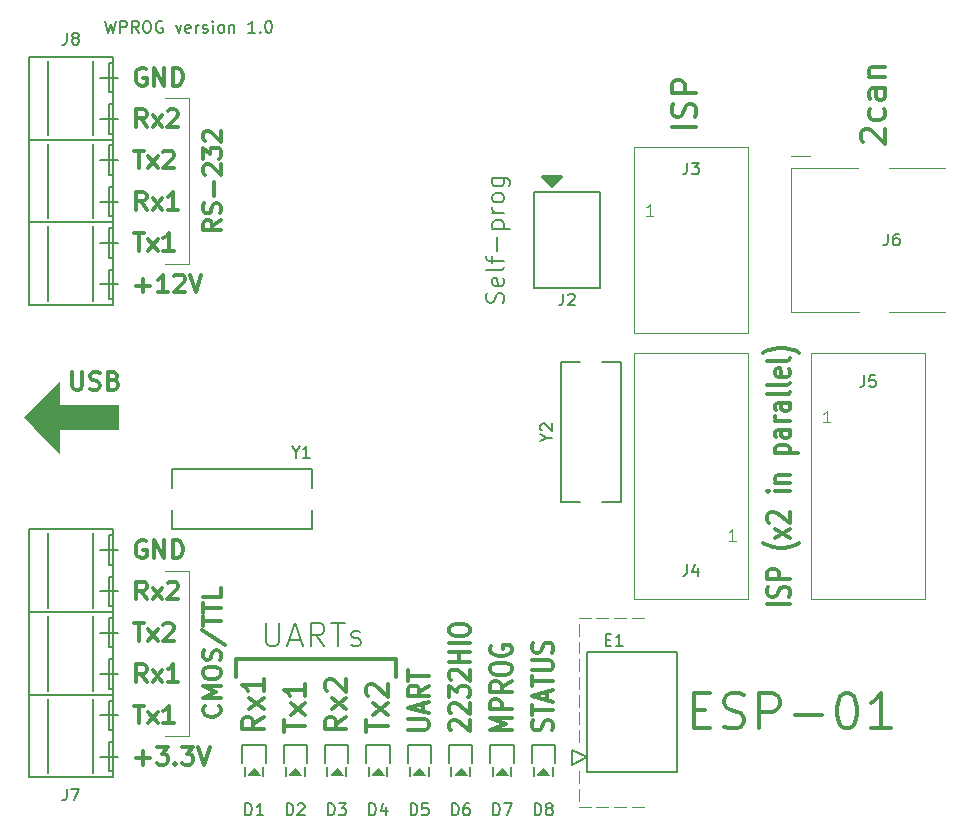
<source format=gbr>
%TF.GenerationSoftware,KiCad,Pcbnew,5.1.8-4.fc33*%
%TF.CreationDate,2020-12-19T18:54:55+03:00*%
%TF.ProjectId,2232,32323332-2e6b-4696-9361-645f70636258,rev?*%
%TF.SameCoordinates,Original*%
%TF.FileFunction,Legend,Top*%
%TF.FilePolarity,Positive*%
%FSLAX46Y46*%
G04 Gerber Fmt 4.6, Leading zero omitted, Abs format (unit mm)*
G04 Created by KiCad (PCBNEW 5.1.8-4.fc33) date 2020-12-19 18:54:55*
%MOMM*%
%LPD*%
G01*
G04 APERTURE LIST*
%ADD10C,0.200000*%
%ADD11C,0.300000*%
%ADD12C,0.150000*%
%ADD13C,0.120000*%
%ADD14C,0.100000*%
%ADD15R,1.727200X1.727200*%
%ADD16O,1.727200X1.727200*%
%ADD17C,1.600000*%
%ADD18R,1.300000X5.100000*%
%ADD19R,5.100000X1.300000*%
%ADD20C,2.200000*%
%ADD21C,2.500000*%
%ADD22C,1.500000*%
%ADD23R,1.500000X1.500000*%
%ADD24O,3.000000X2.000000*%
G04 APERTURE END LIST*
D10*
X81500000Y-117404761D02*
X81500000Y-119023809D01*
X81595238Y-119214285D01*
X81690476Y-119309523D01*
X81880952Y-119404761D01*
X82261904Y-119404761D01*
X82452380Y-119309523D01*
X82547619Y-119214285D01*
X82642857Y-119023809D01*
X82642857Y-117404761D01*
X83500000Y-118833333D02*
X84452380Y-118833333D01*
X83309523Y-119404761D02*
X83976190Y-117404761D01*
X84642857Y-119404761D01*
X86452380Y-119404761D02*
X85785714Y-118452380D01*
X85309523Y-119404761D02*
X85309523Y-117404761D01*
X86071428Y-117404761D01*
X86261904Y-117500000D01*
X86357142Y-117595238D01*
X86452380Y-117785714D01*
X86452380Y-118071428D01*
X86357142Y-118261904D01*
X86261904Y-118357142D01*
X86071428Y-118452380D01*
X85309523Y-118452380D01*
X87023809Y-117404761D02*
X88166666Y-117404761D01*
X87595238Y-119404761D02*
X87595238Y-117404761D01*
X88738095Y-119309523D02*
X88928571Y-119404761D01*
X89309523Y-119404761D01*
X89500000Y-119309523D01*
X89595238Y-119119047D01*
X89595238Y-119023809D01*
X89500000Y-118833333D01*
X89309523Y-118738095D01*
X89023809Y-118738095D01*
X88833333Y-118642857D01*
X88738095Y-118452380D01*
X88738095Y-118357142D01*
X88833333Y-118166666D01*
X89023809Y-118071428D01*
X89309523Y-118071428D01*
X89500000Y-118166666D01*
D11*
X92500000Y-120500000D02*
X92500000Y-122000000D01*
X79000000Y-120500000D02*
X92500000Y-120500000D01*
X79000000Y-122000000D02*
X79000000Y-120500000D01*
D12*
X67928571Y-66452380D02*
X68166666Y-67452380D01*
X68357142Y-66738095D01*
X68547619Y-67452380D01*
X68785714Y-66452380D01*
X69166666Y-67452380D02*
X69166666Y-66452380D01*
X69547619Y-66452380D01*
X69642857Y-66500000D01*
X69690476Y-66547619D01*
X69738095Y-66642857D01*
X69738095Y-66785714D01*
X69690476Y-66880952D01*
X69642857Y-66928571D01*
X69547619Y-66976190D01*
X69166666Y-66976190D01*
X70738095Y-67452380D02*
X70404761Y-66976190D01*
X70166666Y-67452380D02*
X70166666Y-66452380D01*
X70547619Y-66452380D01*
X70642857Y-66500000D01*
X70690476Y-66547619D01*
X70738095Y-66642857D01*
X70738095Y-66785714D01*
X70690476Y-66880952D01*
X70642857Y-66928571D01*
X70547619Y-66976190D01*
X70166666Y-66976190D01*
X71357142Y-66452380D02*
X71547619Y-66452380D01*
X71642857Y-66500000D01*
X71738095Y-66595238D01*
X71785714Y-66785714D01*
X71785714Y-67119047D01*
X71738095Y-67309523D01*
X71642857Y-67404761D01*
X71547619Y-67452380D01*
X71357142Y-67452380D01*
X71261904Y-67404761D01*
X71166666Y-67309523D01*
X71119047Y-67119047D01*
X71119047Y-66785714D01*
X71166666Y-66595238D01*
X71261904Y-66500000D01*
X71357142Y-66452380D01*
X72738095Y-66500000D02*
X72642857Y-66452380D01*
X72500000Y-66452380D01*
X72357142Y-66500000D01*
X72261904Y-66595238D01*
X72214285Y-66690476D01*
X72166666Y-66880952D01*
X72166666Y-67023809D01*
X72214285Y-67214285D01*
X72261904Y-67309523D01*
X72357142Y-67404761D01*
X72500000Y-67452380D01*
X72595238Y-67452380D01*
X72738095Y-67404761D01*
X72785714Y-67357142D01*
X72785714Y-67023809D01*
X72595238Y-67023809D01*
X73880952Y-66785714D02*
X74119047Y-67452380D01*
X74357142Y-66785714D01*
X75119047Y-67404761D02*
X75023809Y-67452380D01*
X74833333Y-67452380D01*
X74738095Y-67404761D01*
X74690476Y-67309523D01*
X74690476Y-66928571D01*
X74738095Y-66833333D01*
X74833333Y-66785714D01*
X75023809Y-66785714D01*
X75119047Y-66833333D01*
X75166666Y-66928571D01*
X75166666Y-67023809D01*
X74690476Y-67119047D01*
X75595238Y-67452380D02*
X75595238Y-66785714D01*
X75595238Y-66976190D02*
X75642857Y-66880952D01*
X75690476Y-66833333D01*
X75785714Y-66785714D01*
X75880952Y-66785714D01*
X76166666Y-67404761D02*
X76261904Y-67452380D01*
X76452380Y-67452380D01*
X76547619Y-67404761D01*
X76595238Y-67309523D01*
X76595238Y-67261904D01*
X76547619Y-67166666D01*
X76452380Y-67119047D01*
X76309523Y-67119047D01*
X76214285Y-67071428D01*
X76166666Y-66976190D01*
X76166666Y-66928571D01*
X76214285Y-66833333D01*
X76309523Y-66785714D01*
X76452380Y-66785714D01*
X76547619Y-66833333D01*
X77023809Y-67452380D02*
X77023809Y-66785714D01*
X77023809Y-66452380D02*
X76976190Y-66500000D01*
X77023809Y-66547619D01*
X77071428Y-66500000D01*
X77023809Y-66452380D01*
X77023809Y-66547619D01*
X77642857Y-67452380D02*
X77547619Y-67404761D01*
X77500000Y-67357142D01*
X77452380Y-67261904D01*
X77452380Y-66976190D01*
X77500000Y-66880952D01*
X77547619Y-66833333D01*
X77642857Y-66785714D01*
X77785714Y-66785714D01*
X77880952Y-66833333D01*
X77928571Y-66880952D01*
X77976190Y-66976190D01*
X77976190Y-67261904D01*
X77928571Y-67357142D01*
X77880952Y-67404761D01*
X77785714Y-67452380D01*
X77642857Y-67452380D01*
X78404761Y-66785714D02*
X78404761Y-67452380D01*
X78404761Y-66880952D02*
X78452380Y-66833333D01*
X78547619Y-66785714D01*
X78690476Y-66785714D01*
X78785714Y-66833333D01*
X78833333Y-66928571D01*
X78833333Y-67452380D01*
X80595238Y-67452380D02*
X80023809Y-67452380D01*
X80309523Y-67452380D02*
X80309523Y-66452380D01*
X80214285Y-66595238D01*
X80119047Y-66690476D01*
X80023809Y-66738095D01*
X81023809Y-67357142D02*
X81071428Y-67404761D01*
X81023809Y-67452380D01*
X80976190Y-67404761D01*
X81023809Y-67357142D01*
X81023809Y-67452380D01*
X81690476Y-66452380D02*
X81785714Y-66452380D01*
X81880952Y-66500000D01*
X81928571Y-66547619D01*
X81976190Y-66642857D01*
X82023809Y-66833333D01*
X82023809Y-67071428D01*
X81976190Y-67261904D01*
X81928571Y-67357142D01*
X81880952Y-67404761D01*
X81785714Y-67452380D01*
X81690476Y-67452380D01*
X81595238Y-67404761D01*
X81547619Y-67357142D01*
X81500000Y-67261904D01*
X81452380Y-67071428D01*
X81452380Y-66833333D01*
X81500000Y-66642857D01*
X81547619Y-66547619D01*
X81595238Y-66500000D01*
X81690476Y-66452380D01*
D10*
X101607142Y-90321428D02*
X101678571Y-90107142D01*
X101678571Y-89750000D01*
X101607142Y-89607142D01*
X101535714Y-89535714D01*
X101392857Y-89464285D01*
X101250000Y-89464285D01*
X101107142Y-89535714D01*
X101035714Y-89607142D01*
X100964285Y-89750000D01*
X100892857Y-90035714D01*
X100821428Y-90178571D01*
X100750000Y-90250000D01*
X100607142Y-90321428D01*
X100464285Y-90321428D01*
X100321428Y-90250000D01*
X100250000Y-90178571D01*
X100178571Y-90035714D01*
X100178571Y-89678571D01*
X100250000Y-89464285D01*
X101607142Y-88250000D02*
X101678571Y-88392857D01*
X101678571Y-88678571D01*
X101607142Y-88821428D01*
X101464285Y-88892857D01*
X100892857Y-88892857D01*
X100750000Y-88821428D01*
X100678571Y-88678571D01*
X100678571Y-88392857D01*
X100750000Y-88250000D01*
X100892857Y-88178571D01*
X101035714Y-88178571D01*
X101178571Y-88892857D01*
X101678571Y-87321428D02*
X101607142Y-87464285D01*
X101464285Y-87535714D01*
X100178571Y-87535714D01*
X100678571Y-86964285D02*
X100678571Y-86392857D01*
X101678571Y-86750000D02*
X100392857Y-86750000D01*
X100250000Y-86678571D01*
X100178571Y-86535714D01*
X100178571Y-86392857D01*
X101107142Y-85892857D02*
X101107142Y-84750000D01*
X100678571Y-84035714D02*
X102178571Y-84035714D01*
X100750000Y-84035714D02*
X100678571Y-83892857D01*
X100678571Y-83607142D01*
X100750000Y-83464285D01*
X100821428Y-83392857D01*
X100964285Y-83321428D01*
X101392857Y-83321428D01*
X101535714Y-83392857D01*
X101607142Y-83464285D01*
X101678571Y-83607142D01*
X101678571Y-83892857D01*
X101607142Y-84035714D01*
X101678571Y-82678571D02*
X100678571Y-82678571D01*
X100964285Y-82678571D02*
X100821428Y-82607142D01*
X100750000Y-82535714D01*
X100678571Y-82392857D01*
X100678571Y-82250000D01*
X101678571Y-81535714D02*
X101607142Y-81678571D01*
X101535714Y-81750000D01*
X101392857Y-81821428D01*
X100964285Y-81821428D01*
X100821428Y-81750000D01*
X100750000Y-81678571D01*
X100678571Y-81535714D01*
X100678571Y-81321428D01*
X100750000Y-81178571D01*
X100821428Y-81107142D01*
X100964285Y-81035714D01*
X101392857Y-81035714D01*
X101535714Y-81107142D01*
X101607142Y-81178571D01*
X101678571Y-81321428D01*
X101678571Y-81535714D01*
X100678571Y-79750000D02*
X101892857Y-79750000D01*
X102035714Y-79821428D01*
X102107142Y-79892857D01*
X102178571Y-80035714D01*
X102178571Y-80250000D01*
X102107142Y-80392857D01*
X101607142Y-79750000D02*
X101678571Y-79892857D01*
X101678571Y-80178571D01*
X101607142Y-80321428D01*
X101535714Y-80392857D01*
X101392857Y-80464285D01*
X100964285Y-80464285D01*
X100821428Y-80392857D01*
X100750000Y-80321428D01*
X100678571Y-80178571D01*
X100678571Y-79892857D01*
X100750000Y-79750000D01*
D11*
X105728571Y-126519285D02*
X105814285Y-126305000D01*
X105814285Y-125947857D01*
X105728571Y-125805000D01*
X105642857Y-125733571D01*
X105471428Y-125662142D01*
X105300000Y-125662142D01*
X105128571Y-125733571D01*
X105042857Y-125805000D01*
X104957142Y-125947857D01*
X104871428Y-126233571D01*
X104785714Y-126376428D01*
X104700000Y-126447857D01*
X104528571Y-126519285D01*
X104357142Y-126519285D01*
X104185714Y-126447857D01*
X104100000Y-126376428D01*
X104014285Y-126233571D01*
X104014285Y-125876428D01*
X104100000Y-125662142D01*
X104014285Y-125233571D02*
X104014285Y-124376428D01*
X105814285Y-124805000D02*
X104014285Y-124805000D01*
X105300000Y-123947857D02*
X105300000Y-123233571D01*
X105814285Y-124090714D02*
X104014285Y-123590714D01*
X105814285Y-123090714D01*
X104014285Y-122805000D02*
X104014285Y-121947857D01*
X105814285Y-122376428D02*
X104014285Y-122376428D01*
X104014285Y-121447857D02*
X105471428Y-121447857D01*
X105642857Y-121376428D01*
X105728571Y-121305000D01*
X105814285Y-121162142D01*
X105814285Y-120876428D01*
X105728571Y-120733571D01*
X105642857Y-120662142D01*
X105471428Y-120590714D01*
X104014285Y-120590714D01*
X105728571Y-119947857D02*
X105814285Y-119733571D01*
X105814285Y-119376428D01*
X105728571Y-119233571D01*
X105642857Y-119162142D01*
X105471428Y-119090714D01*
X105300000Y-119090714D01*
X105128571Y-119162142D01*
X105042857Y-119233571D01*
X104957142Y-119376428D01*
X104871428Y-119662142D01*
X104785714Y-119805000D01*
X104700000Y-119876428D01*
X104528571Y-119947857D01*
X104357142Y-119947857D01*
X104185714Y-119876428D01*
X104100000Y-119805000D01*
X104014285Y-119662142D01*
X104014285Y-119305000D01*
X104100000Y-119090714D01*
X102314285Y-126447857D02*
X100514285Y-126447857D01*
X101800000Y-125947857D01*
X100514285Y-125447857D01*
X102314285Y-125447857D01*
X102314285Y-124733571D02*
X100514285Y-124733571D01*
X100514285Y-124162142D01*
X100600000Y-124019285D01*
X100685714Y-123947857D01*
X100857142Y-123876428D01*
X101114285Y-123876428D01*
X101285714Y-123947857D01*
X101371428Y-124019285D01*
X101457142Y-124162142D01*
X101457142Y-124733571D01*
X102314285Y-122376428D02*
X101457142Y-122876428D01*
X102314285Y-123233571D02*
X100514285Y-123233571D01*
X100514285Y-122662142D01*
X100600000Y-122519285D01*
X100685714Y-122447857D01*
X100857142Y-122376428D01*
X101114285Y-122376428D01*
X101285714Y-122447857D01*
X101371428Y-122519285D01*
X101457142Y-122662142D01*
X101457142Y-123233571D01*
X100514285Y-121447857D02*
X100514285Y-121162142D01*
X100600000Y-121019285D01*
X100771428Y-120876428D01*
X101114285Y-120805000D01*
X101714285Y-120805000D01*
X102057142Y-120876428D01*
X102228571Y-121019285D01*
X102314285Y-121162142D01*
X102314285Y-121447857D01*
X102228571Y-121590714D01*
X102057142Y-121733571D01*
X101714285Y-121805000D01*
X101114285Y-121805000D01*
X100771428Y-121733571D01*
X100600000Y-121590714D01*
X100514285Y-121447857D01*
X100600000Y-119376428D02*
X100514285Y-119519285D01*
X100514285Y-119733571D01*
X100600000Y-119947857D01*
X100771428Y-120090714D01*
X100942857Y-120162142D01*
X101285714Y-120233571D01*
X101542857Y-120233571D01*
X101885714Y-120162142D01*
X102057142Y-120090714D01*
X102228571Y-119947857D01*
X102314285Y-119733571D01*
X102314285Y-119590714D01*
X102228571Y-119376428D01*
X102142857Y-119305000D01*
X101542857Y-119305000D01*
X101542857Y-119590714D01*
X97185714Y-126519285D02*
X97100000Y-126447857D01*
X97014285Y-126305000D01*
X97014285Y-125947857D01*
X97100000Y-125805000D01*
X97185714Y-125733571D01*
X97357142Y-125662142D01*
X97528571Y-125662142D01*
X97785714Y-125733571D01*
X98814285Y-126590714D01*
X98814285Y-125662142D01*
X97185714Y-125090714D02*
X97100000Y-125019285D01*
X97014285Y-124876428D01*
X97014285Y-124519285D01*
X97100000Y-124376428D01*
X97185714Y-124305000D01*
X97357142Y-124233571D01*
X97528571Y-124233571D01*
X97785714Y-124305000D01*
X98814285Y-125162142D01*
X98814285Y-124233571D01*
X97014285Y-123733571D02*
X97014285Y-122805000D01*
X97700000Y-123305000D01*
X97700000Y-123090714D01*
X97785714Y-122947857D01*
X97871428Y-122876428D01*
X98042857Y-122805000D01*
X98471428Y-122805000D01*
X98642857Y-122876428D01*
X98728571Y-122947857D01*
X98814285Y-123090714D01*
X98814285Y-123519285D01*
X98728571Y-123662142D01*
X98642857Y-123733571D01*
X97185714Y-122233571D02*
X97100000Y-122162142D01*
X97014285Y-122019285D01*
X97014285Y-121662142D01*
X97100000Y-121519285D01*
X97185714Y-121447857D01*
X97357142Y-121376428D01*
X97528571Y-121376428D01*
X97785714Y-121447857D01*
X98814285Y-122305000D01*
X98814285Y-121376428D01*
X98814285Y-120733571D02*
X97014285Y-120733571D01*
X97871428Y-120733571D02*
X97871428Y-119876428D01*
X98814285Y-119876428D02*
X97014285Y-119876428D01*
X98814285Y-119162142D02*
X97014285Y-119162142D01*
X97014285Y-118162142D02*
X97014285Y-117876428D01*
X97100000Y-117733571D01*
X97271428Y-117590714D01*
X97614285Y-117519285D01*
X98214285Y-117519285D01*
X98557142Y-117590714D01*
X98728571Y-117733571D01*
X98814285Y-117876428D01*
X98814285Y-118162142D01*
X98728571Y-118305000D01*
X98557142Y-118447857D01*
X98214285Y-118519285D01*
X97614285Y-118519285D01*
X97271428Y-118447857D01*
X97100000Y-118305000D01*
X97014285Y-118162142D01*
X93514285Y-126447857D02*
X94971428Y-126447857D01*
X95142857Y-126376428D01*
X95228571Y-126305000D01*
X95314285Y-126162142D01*
X95314285Y-125876428D01*
X95228571Y-125733571D01*
X95142857Y-125662142D01*
X94971428Y-125590714D01*
X93514285Y-125590714D01*
X94800000Y-124947857D02*
X94800000Y-124233571D01*
X95314285Y-125090714D02*
X93514285Y-124590714D01*
X95314285Y-124090714D01*
X95314285Y-122733571D02*
X94457142Y-123233571D01*
X95314285Y-123590714D02*
X93514285Y-123590714D01*
X93514285Y-123019285D01*
X93600000Y-122876428D01*
X93685714Y-122805000D01*
X93857142Y-122733571D01*
X94114285Y-122733571D01*
X94285714Y-122805000D01*
X94371428Y-122876428D01*
X94457142Y-123019285D01*
X94457142Y-123590714D01*
X93514285Y-122305000D02*
X93514285Y-121447857D01*
X95314285Y-121876428D02*
X93514285Y-121876428D01*
X90014285Y-126633571D02*
X90014285Y-125605000D01*
X91814285Y-126119285D02*
X90014285Y-126119285D01*
X91814285Y-125176428D02*
X90614285Y-124233571D01*
X90614285Y-125176428D02*
X91814285Y-124233571D01*
X90185714Y-123633571D02*
X90100000Y-123547857D01*
X90014285Y-123376428D01*
X90014285Y-122947857D01*
X90100000Y-122776428D01*
X90185714Y-122690714D01*
X90357142Y-122605000D01*
X90528571Y-122605000D01*
X90785714Y-122690714D01*
X91814285Y-123719285D01*
X91814285Y-122605000D01*
X88314285Y-125347857D02*
X87457142Y-125947857D01*
X88314285Y-126376428D02*
X86514285Y-126376428D01*
X86514285Y-125690714D01*
X86600000Y-125519285D01*
X86685714Y-125433571D01*
X86857142Y-125347857D01*
X87114285Y-125347857D01*
X87285714Y-125433571D01*
X87371428Y-125519285D01*
X87457142Y-125690714D01*
X87457142Y-126376428D01*
X88314285Y-124747857D02*
X87114285Y-123805000D01*
X87114285Y-124747857D02*
X88314285Y-123805000D01*
X86685714Y-123205000D02*
X86600000Y-123119285D01*
X86514285Y-122947857D01*
X86514285Y-122519285D01*
X86600000Y-122347857D01*
X86685714Y-122262142D01*
X86857142Y-122176428D01*
X87028571Y-122176428D01*
X87285714Y-122262142D01*
X88314285Y-123290714D01*
X88314285Y-122176428D01*
X83014285Y-126633571D02*
X83014285Y-125605000D01*
X84814285Y-126119285D02*
X83014285Y-126119285D01*
X84814285Y-125176428D02*
X83614285Y-124233571D01*
X83614285Y-125176428D02*
X84814285Y-124233571D01*
X84814285Y-122605000D02*
X84814285Y-123633571D01*
X84814285Y-123119285D02*
X83014285Y-123119285D01*
X83271428Y-123290714D01*
X83442857Y-123462142D01*
X83528571Y-123633571D01*
X81314285Y-125347857D02*
X80457142Y-125947857D01*
X81314285Y-126376428D02*
X79514285Y-126376428D01*
X79514285Y-125690714D01*
X79600000Y-125519285D01*
X79685714Y-125433571D01*
X79857142Y-125347857D01*
X80114285Y-125347857D01*
X80285714Y-125433571D01*
X80371428Y-125519285D01*
X80457142Y-125690714D01*
X80457142Y-126376428D01*
X81314285Y-124747857D02*
X80114285Y-123805000D01*
X80114285Y-124747857D02*
X81314285Y-123805000D01*
X81314285Y-122176428D02*
X81314285Y-123205000D01*
X81314285Y-122690714D02*
X79514285Y-122690714D01*
X79771428Y-122862142D01*
X79942857Y-123033571D01*
X80028571Y-123205000D01*
X117714285Y-124785714D02*
X118714285Y-124785714D01*
X119142857Y-126357142D02*
X117714285Y-126357142D01*
X117714285Y-123357142D01*
X119142857Y-123357142D01*
X120285714Y-126214285D02*
X120714285Y-126357142D01*
X121428571Y-126357142D01*
X121714285Y-126214285D01*
X121857142Y-126071428D01*
X122000000Y-125785714D01*
X122000000Y-125500000D01*
X121857142Y-125214285D01*
X121714285Y-125071428D01*
X121428571Y-124928571D01*
X120857142Y-124785714D01*
X120571428Y-124642857D01*
X120428571Y-124500000D01*
X120285714Y-124214285D01*
X120285714Y-123928571D01*
X120428571Y-123642857D01*
X120571428Y-123500000D01*
X120857142Y-123357142D01*
X121571428Y-123357142D01*
X122000000Y-123500000D01*
X123285714Y-126357142D02*
X123285714Y-123357142D01*
X124428571Y-123357142D01*
X124714285Y-123500000D01*
X124857142Y-123642857D01*
X125000000Y-123928571D01*
X125000000Y-124357142D01*
X124857142Y-124642857D01*
X124714285Y-124785714D01*
X124428571Y-124928571D01*
X123285714Y-124928571D01*
X126285714Y-125214285D02*
X128571428Y-125214285D01*
X130571428Y-123357142D02*
X130857142Y-123357142D01*
X131142857Y-123500000D01*
X131285714Y-123642857D01*
X131428571Y-123928571D01*
X131571428Y-124500000D01*
X131571428Y-125214285D01*
X131428571Y-125785714D01*
X131285714Y-126071428D01*
X131142857Y-126214285D01*
X130857142Y-126357142D01*
X130571428Y-126357142D01*
X130285714Y-126214285D01*
X130142857Y-126071428D01*
X130000000Y-125785714D01*
X129857142Y-125214285D01*
X129857142Y-124500000D01*
X130000000Y-123928571D01*
X130142857Y-123642857D01*
X130285714Y-123500000D01*
X130571428Y-123357142D01*
X134428571Y-126357142D02*
X132714285Y-126357142D01*
X133571428Y-126357142D02*
X133571428Y-123357142D01*
X133285714Y-123785714D01*
X133000000Y-124071428D01*
X132714285Y-124214285D01*
D13*
X112500000Y-117000000D02*
X113500000Y-117000000D01*
X111000000Y-117000000D02*
X112000000Y-117000000D01*
X109500000Y-117000000D02*
X110500000Y-117000000D01*
X108000000Y-117000000D02*
X109000000Y-117000000D01*
X108000000Y-118500000D02*
X108000000Y-117500000D01*
X108000000Y-120000000D02*
X108000000Y-119000000D01*
X108000000Y-121500000D02*
X108000000Y-120500000D01*
X108000000Y-123000000D02*
X108000000Y-122000000D01*
X108000000Y-124500000D02*
X108000000Y-123500000D01*
X108000000Y-126000000D02*
X108000000Y-125000000D01*
X108000000Y-127500000D02*
X108000000Y-126500000D01*
X108000000Y-131000000D02*
X108000000Y-130000000D01*
X108000000Y-132500000D02*
X108000000Y-131500000D01*
X112500000Y-133000000D02*
X113500000Y-133000000D01*
X111000000Y-133000000D02*
X112000000Y-133000000D01*
X109500000Y-133000000D02*
X110500000Y-133000000D01*
X108000000Y-133000000D02*
X109000000Y-133000000D01*
D11*
X132095238Y-76738095D02*
X132000000Y-76642857D01*
X131904761Y-76452380D01*
X131904761Y-75976190D01*
X132000000Y-75785714D01*
X132095238Y-75690476D01*
X132285714Y-75595238D01*
X132476190Y-75595238D01*
X132761904Y-75690476D01*
X133904761Y-76833333D01*
X133904761Y-75595238D01*
X133809523Y-73880952D02*
X133904761Y-74071428D01*
X133904761Y-74452380D01*
X133809523Y-74642857D01*
X133714285Y-74738095D01*
X133523809Y-74833333D01*
X132952380Y-74833333D01*
X132761904Y-74738095D01*
X132666666Y-74642857D01*
X132571428Y-74452380D01*
X132571428Y-74071428D01*
X132666666Y-73880952D01*
X133904761Y-72166666D02*
X132857142Y-72166666D01*
X132666666Y-72261904D01*
X132571428Y-72452380D01*
X132571428Y-72833333D01*
X132666666Y-73023809D01*
X133809523Y-72166666D02*
X133904761Y-72357142D01*
X133904761Y-72833333D01*
X133809523Y-73023809D01*
X133619047Y-73119047D01*
X133428571Y-73119047D01*
X133238095Y-73023809D01*
X133142857Y-72833333D01*
X133142857Y-72357142D01*
X133047619Y-72166666D01*
X132571428Y-71214285D02*
X133904761Y-71214285D01*
X132761904Y-71214285D02*
X132666666Y-71119047D01*
X132571428Y-70928571D01*
X132571428Y-70642857D01*
X132666666Y-70452380D01*
X132857142Y-70357142D01*
X133904761Y-70357142D01*
X117904761Y-75452380D02*
X115904761Y-75452380D01*
X117809523Y-74595238D02*
X117904761Y-74309523D01*
X117904761Y-73833333D01*
X117809523Y-73642857D01*
X117714285Y-73547619D01*
X117523809Y-73452380D01*
X117333333Y-73452380D01*
X117142857Y-73547619D01*
X117047619Y-73642857D01*
X116952380Y-73833333D01*
X116857142Y-74214285D01*
X116761904Y-74404761D01*
X116666666Y-74500000D01*
X116476190Y-74595238D01*
X116285714Y-74595238D01*
X116095238Y-74500000D01*
X116000000Y-74404761D01*
X115904761Y-74214285D01*
X115904761Y-73738095D01*
X116000000Y-73452380D01*
X117904761Y-72595238D02*
X115904761Y-72595238D01*
X115904761Y-71833333D01*
X116000000Y-71642857D01*
X116095238Y-71547619D01*
X116285714Y-71452380D01*
X116571428Y-71452380D01*
X116761904Y-71547619D01*
X116857142Y-71642857D01*
X116952380Y-71833333D01*
X116952380Y-72595238D01*
X125904761Y-115857142D02*
X123904761Y-115857142D01*
X125809523Y-115214285D02*
X125904761Y-115000000D01*
X125904761Y-114642857D01*
X125809523Y-114500000D01*
X125714285Y-114428571D01*
X125523809Y-114357142D01*
X125333333Y-114357142D01*
X125142857Y-114428571D01*
X125047619Y-114500000D01*
X124952380Y-114642857D01*
X124857142Y-114928571D01*
X124761904Y-115071428D01*
X124666666Y-115142857D01*
X124476190Y-115214285D01*
X124285714Y-115214285D01*
X124095238Y-115142857D01*
X124000000Y-115071428D01*
X123904761Y-114928571D01*
X123904761Y-114571428D01*
X124000000Y-114357142D01*
X125904761Y-113714285D02*
X123904761Y-113714285D01*
X123904761Y-113142857D01*
X124000000Y-113000000D01*
X124095238Y-112928571D01*
X124285714Y-112857142D01*
X124571428Y-112857142D01*
X124761904Y-112928571D01*
X124857142Y-113000000D01*
X124952380Y-113142857D01*
X124952380Y-113714285D01*
X126666666Y-110642857D02*
X126571428Y-110714285D01*
X126285714Y-110857142D01*
X126095238Y-110928571D01*
X125809523Y-111000000D01*
X125333333Y-111071428D01*
X124952380Y-111071428D01*
X124476190Y-111000000D01*
X124190476Y-110928571D01*
X124000000Y-110857142D01*
X123714285Y-110714285D01*
X123619047Y-110642857D01*
X125904761Y-110214285D02*
X124571428Y-109428571D01*
X124571428Y-110214285D02*
X125904761Y-109428571D01*
X124095238Y-108928571D02*
X124000000Y-108857142D01*
X123904761Y-108714285D01*
X123904761Y-108357142D01*
X124000000Y-108214285D01*
X124095238Y-108142857D01*
X124285714Y-108071428D01*
X124476190Y-108071428D01*
X124761904Y-108142857D01*
X125904761Y-109000000D01*
X125904761Y-108071428D01*
X125904761Y-106285714D02*
X124571428Y-106285714D01*
X123904761Y-106285714D02*
X124000000Y-106357142D01*
X124095238Y-106285714D01*
X124000000Y-106214285D01*
X123904761Y-106285714D01*
X124095238Y-106285714D01*
X124571428Y-105571428D02*
X125904761Y-105571428D01*
X124761904Y-105571428D02*
X124666666Y-105500000D01*
X124571428Y-105357142D01*
X124571428Y-105142857D01*
X124666666Y-105000000D01*
X124857142Y-104928571D01*
X125904761Y-104928571D01*
X124571428Y-103071428D02*
X126571428Y-103071428D01*
X124666666Y-103071428D02*
X124571428Y-102928571D01*
X124571428Y-102642857D01*
X124666666Y-102500000D01*
X124761904Y-102428571D01*
X124952380Y-102357142D01*
X125523809Y-102357142D01*
X125714285Y-102428571D01*
X125809523Y-102500000D01*
X125904761Y-102642857D01*
X125904761Y-102928571D01*
X125809523Y-103071428D01*
X125904761Y-101071428D02*
X124857142Y-101071428D01*
X124666666Y-101142857D01*
X124571428Y-101285714D01*
X124571428Y-101571428D01*
X124666666Y-101714285D01*
X125809523Y-101071428D02*
X125904761Y-101214285D01*
X125904761Y-101571428D01*
X125809523Y-101714285D01*
X125619047Y-101785714D01*
X125428571Y-101785714D01*
X125238095Y-101714285D01*
X125142857Y-101571428D01*
X125142857Y-101214285D01*
X125047619Y-101071428D01*
X125904761Y-100357142D02*
X124571428Y-100357142D01*
X124952380Y-100357142D02*
X124761904Y-100285714D01*
X124666666Y-100214285D01*
X124571428Y-100071428D01*
X124571428Y-99928571D01*
X125904761Y-98785714D02*
X124857142Y-98785714D01*
X124666666Y-98857142D01*
X124571428Y-99000000D01*
X124571428Y-99285714D01*
X124666666Y-99428571D01*
X125809523Y-98785714D02*
X125904761Y-98928571D01*
X125904761Y-99285714D01*
X125809523Y-99428571D01*
X125619047Y-99500000D01*
X125428571Y-99500000D01*
X125238095Y-99428571D01*
X125142857Y-99285714D01*
X125142857Y-98928571D01*
X125047619Y-98785714D01*
X125904761Y-97857142D02*
X125809523Y-98000000D01*
X125619047Y-98071428D01*
X123904761Y-98071428D01*
X125904761Y-97071428D02*
X125809523Y-97214285D01*
X125619047Y-97285714D01*
X123904761Y-97285714D01*
X125809523Y-95928571D02*
X125904761Y-96071428D01*
X125904761Y-96357142D01*
X125809523Y-96500000D01*
X125619047Y-96571428D01*
X124857142Y-96571428D01*
X124666666Y-96500000D01*
X124571428Y-96357142D01*
X124571428Y-96071428D01*
X124666666Y-95928571D01*
X124857142Y-95857142D01*
X125047619Y-95857142D01*
X125238095Y-96571428D01*
X125904761Y-95000000D02*
X125809523Y-95142857D01*
X125619047Y-95214285D01*
X123904761Y-95214285D01*
X126666666Y-94571428D02*
X126571428Y-94500000D01*
X126285714Y-94357142D01*
X126095238Y-94285714D01*
X125809523Y-94214285D01*
X125333333Y-94142857D01*
X124952380Y-94142857D01*
X124476190Y-94214285D01*
X124190476Y-94285714D01*
X124000000Y-94357142D01*
X123714285Y-94500000D01*
X123619047Y-94571428D01*
D13*
X75000000Y-113000000D02*
X73000000Y-113000000D01*
X75000000Y-127000000D02*
X75000000Y-113000000D01*
D11*
X77535714Y-124428571D02*
X77607142Y-124499999D01*
X77678571Y-124714285D01*
X77678571Y-124857142D01*
X77607142Y-125071428D01*
X77464285Y-125214285D01*
X77321428Y-125285714D01*
X77035714Y-125357142D01*
X76821428Y-125357142D01*
X76535714Y-125285714D01*
X76392857Y-125214285D01*
X76250000Y-125071428D01*
X76178571Y-124857142D01*
X76178571Y-124714285D01*
X76250000Y-124499999D01*
X76321428Y-124428571D01*
X77678571Y-123785714D02*
X76178571Y-123785714D01*
X77250000Y-123285714D01*
X76178571Y-122785714D01*
X77678571Y-122785714D01*
X76178571Y-121785714D02*
X76178571Y-121499999D01*
X76250000Y-121357142D01*
X76392857Y-121214285D01*
X76678571Y-121142857D01*
X77178571Y-121142857D01*
X77464285Y-121214285D01*
X77607142Y-121357142D01*
X77678571Y-121499999D01*
X77678571Y-121785714D01*
X77607142Y-121928571D01*
X77464285Y-122071428D01*
X77178571Y-122142857D01*
X76678571Y-122142857D01*
X76392857Y-122071428D01*
X76250000Y-121928571D01*
X76178571Y-121785714D01*
X77607142Y-120571428D02*
X77678571Y-120357142D01*
X77678571Y-119999999D01*
X77607142Y-119857142D01*
X77535714Y-119785714D01*
X77392857Y-119714285D01*
X77250000Y-119714285D01*
X77107142Y-119785714D01*
X77035714Y-119857142D01*
X76964285Y-119999999D01*
X76892857Y-120285714D01*
X76821428Y-120428571D01*
X76750000Y-120499999D01*
X76607142Y-120571428D01*
X76464285Y-120571428D01*
X76321428Y-120499999D01*
X76250000Y-120428571D01*
X76178571Y-120285714D01*
X76178571Y-119928571D01*
X76250000Y-119714285D01*
X76107142Y-118000000D02*
X78035714Y-119285714D01*
X76178571Y-117714285D02*
X76178571Y-116857142D01*
X77678571Y-117285714D02*
X76178571Y-117285714D01*
X76178571Y-116571428D02*
X76178571Y-115714285D01*
X77678571Y-116142857D02*
X76178571Y-116142857D01*
X77678571Y-114500000D02*
X77678571Y-115214285D01*
X76178571Y-115214285D01*
D13*
X73000000Y-127000000D02*
X75000000Y-127000000D01*
D11*
X77678571Y-83321428D02*
X76964285Y-83821428D01*
X77678571Y-84178571D02*
X76178571Y-84178571D01*
X76178571Y-83607142D01*
X76250000Y-83464285D01*
X76321428Y-83392857D01*
X76464285Y-83321428D01*
X76678571Y-83321428D01*
X76821428Y-83392857D01*
X76892857Y-83464285D01*
X76964285Y-83607142D01*
X76964285Y-84178571D01*
X77607142Y-82750000D02*
X77678571Y-82535714D01*
X77678571Y-82178571D01*
X77607142Y-82035714D01*
X77535714Y-81964285D01*
X77392857Y-81892857D01*
X77250000Y-81892857D01*
X77107142Y-81964285D01*
X77035714Y-82035714D01*
X76964285Y-82178571D01*
X76892857Y-82464285D01*
X76821428Y-82607142D01*
X76750000Y-82678571D01*
X76607142Y-82750000D01*
X76464285Y-82750000D01*
X76321428Y-82678571D01*
X76250000Y-82607142D01*
X76178571Y-82464285D01*
X76178571Y-82107142D01*
X76250000Y-81892857D01*
X77107142Y-81250000D02*
X77107142Y-80107142D01*
X76321428Y-79464285D02*
X76250000Y-79392857D01*
X76178571Y-79250000D01*
X76178571Y-78892857D01*
X76250000Y-78750000D01*
X76321428Y-78678571D01*
X76464285Y-78607142D01*
X76607142Y-78607142D01*
X76821428Y-78678571D01*
X77678571Y-79535714D01*
X77678571Y-78607142D01*
X76178571Y-78107142D02*
X76178571Y-77178571D01*
X76750000Y-77678571D01*
X76750000Y-77464285D01*
X76821428Y-77321428D01*
X76892857Y-77250000D01*
X77035714Y-77178571D01*
X77392857Y-77178571D01*
X77535714Y-77250000D01*
X77607142Y-77321428D01*
X77678571Y-77464285D01*
X77678571Y-77892857D01*
X77607142Y-78035714D01*
X77535714Y-78107142D01*
X76321428Y-76607142D02*
X76250000Y-76535714D01*
X76178571Y-76392857D01*
X76178571Y-76035714D01*
X76250000Y-75892857D01*
X76321428Y-75821428D01*
X76464285Y-75750000D01*
X76607142Y-75750000D01*
X76821428Y-75821428D01*
X77678571Y-76678571D01*
X77678571Y-75750000D01*
D13*
X75000000Y-73000000D02*
X73000000Y-73000000D01*
X75000000Y-87000000D02*
X75000000Y-73000000D01*
X73000000Y-87000000D02*
X75000000Y-87000000D01*
D11*
X65107142Y-96178571D02*
X65107142Y-97392857D01*
X65178571Y-97535714D01*
X65250000Y-97607142D01*
X65392857Y-97678571D01*
X65678571Y-97678571D01*
X65821428Y-97607142D01*
X65892857Y-97535714D01*
X65964285Y-97392857D01*
X65964285Y-96178571D01*
X66607142Y-97607142D02*
X66821428Y-97678571D01*
X67178571Y-97678571D01*
X67321428Y-97607142D01*
X67392857Y-97535714D01*
X67464285Y-97392857D01*
X67464285Y-97250000D01*
X67392857Y-97107142D01*
X67321428Y-97035714D01*
X67178571Y-96964285D01*
X66892857Y-96892857D01*
X66750000Y-96821428D01*
X66678571Y-96750000D01*
X66607142Y-96607142D01*
X66607142Y-96464285D01*
X66678571Y-96321428D01*
X66750000Y-96250000D01*
X66892857Y-96178571D01*
X67250000Y-96178571D01*
X67464285Y-96250000D01*
X68607142Y-96892857D02*
X68821428Y-96964285D01*
X68892857Y-97035714D01*
X68964285Y-97178571D01*
X68964285Y-97392857D01*
X68892857Y-97535714D01*
X68821428Y-97607142D01*
X68678571Y-97678571D01*
X68107142Y-97678571D01*
X68107142Y-96178571D01*
X68607142Y-96178571D01*
X68750000Y-96250000D01*
X68821428Y-96321428D01*
X68892857Y-96464285D01*
X68892857Y-96607142D01*
X68821428Y-96750000D01*
X68750000Y-96821428D01*
X68607142Y-96892857D01*
X68107142Y-96892857D01*
D14*
G36*
X64000000Y-99000000D02*
G01*
X69000000Y-99000000D01*
X69000000Y-101000000D01*
X64000000Y-101000000D01*
X64000000Y-103000000D01*
X61000000Y-100000000D01*
X64000000Y-97000000D01*
X64000000Y-99000000D01*
G37*
X64000000Y-99000000D02*
X69000000Y-99000000D01*
X69000000Y-101000000D01*
X64000000Y-101000000D01*
X64000000Y-103000000D01*
X61000000Y-100000000D01*
X64000000Y-97000000D01*
X64000000Y-99000000D01*
D11*
X70552142Y-128857142D02*
X71695000Y-128857142D01*
X71123571Y-129428571D02*
X71123571Y-128285714D01*
X72266428Y-127928571D02*
X73195000Y-127928571D01*
X72695000Y-128500000D01*
X72909285Y-128500000D01*
X73052142Y-128571428D01*
X73123571Y-128642857D01*
X73195000Y-128785714D01*
X73195000Y-129142857D01*
X73123571Y-129285714D01*
X73052142Y-129357142D01*
X72909285Y-129428571D01*
X72480714Y-129428571D01*
X72337857Y-129357142D01*
X72266428Y-129285714D01*
X73837857Y-129285714D02*
X73909285Y-129357142D01*
X73837857Y-129428571D01*
X73766428Y-129357142D01*
X73837857Y-129285714D01*
X73837857Y-129428571D01*
X74409285Y-127928571D02*
X75337857Y-127928571D01*
X74837857Y-128500000D01*
X75052142Y-128500000D01*
X75195000Y-128571428D01*
X75266428Y-128642857D01*
X75337857Y-128785714D01*
X75337857Y-129142857D01*
X75266428Y-129285714D01*
X75195000Y-129357142D01*
X75052142Y-129428571D01*
X74623571Y-129428571D01*
X74480714Y-129357142D01*
X74409285Y-129285714D01*
X75766428Y-127928571D02*
X76266428Y-129428571D01*
X76766428Y-127928571D01*
X70337857Y-124428571D02*
X71195000Y-124428571D01*
X70766428Y-125928571D02*
X70766428Y-124428571D01*
X71552142Y-125928571D02*
X72337857Y-124928571D01*
X71552142Y-124928571D02*
X72337857Y-125928571D01*
X73695000Y-125928571D02*
X72837857Y-125928571D01*
X73266428Y-125928571D02*
X73266428Y-124428571D01*
X73123571Y-124642857D01*
X72980714Y-124785714D01*
X72837857Y-124857142D01*
X71409285Y-122428571D02*
X70909285Y-121714285D01*
X70552142Y-122428571D02*
X70552142Y-120928571D01*
X71123571Y-120928571D01*
X71266428Y-121000000D01*
X71337857Y-121071428D01*
X71409285Y-121214285D01*
X71409285Y-121428571D01*
X71337857Y-121571428D01*
X71266428Y-121642857D01*
X71123571Y-121714285D01*
X70552142Y-121714285D01*
X71909285Y-122428571D02*
X72695000Y-121428571D01*
X71909285Y-121428571D02*
X72695000Y-122428571D01*
X74052142Y-122428571D02*
X73195000Y-122428571D01*
X73623571Y-122428571D02*
X73623571Y-120928571D01*
X73480714Y-121142857D01*
X73337857Y-121285714D01*
X73195000Y-121357142D01*
X70337857Y-117428571D02*
X71195000Y-117428571D01*
X70766428Y-118928571D02*
X70766428Y-117428571D01*
X71552142Y-118928571D02*
X72337857Y-117928571D01*
X71552142Y-117928571D02*
X72337857Y-118928571D01*
X72837857Y-117571428D02*
X72909285Y-117500000D01*
X73052142Y-117428571D01*
X73409285Y-117428571D01*
X73552142Y-117500000D01*
X73623571Y-117571428D01*
X73695000Y-117714285D01*
X73695000Y-117857142D01*
X73623571Y-118071428D01*
X72766428Y-118928571D01*
X73695000Y-118928571D01*
X71409285Y-115428571D02*
X70909285Y-114714285D01*
X70552142Y-115428571D02*
X70552142Y-113928571D01*
X71123571Y-113928571D01*
X71266428Y-114000000D01*
X71337857Y-114071428D01*
X71409285Y-114214285D01*
X71409285Y-114428571D01*
X71337857Y-114571428D01*
X71266428Y-114642857D01*
X71123571Y-114714285D01*
X70552142Y-114714285D01*
X71909285Y-115428571D02*
X72695000Y-114428571D01*
X71909285Y-114428571D02*
X72695000Y-115428571D01*
X73195000Y-114071428D02*
X73266428Y-114000000D01*
X73409285Y-113928571D01*
X73766428Y-113928571D01*
X73909285Y-114000000D01*
X73980714Y-114071428D01*
X74052142Y-114214285D01*
X74052142Y-114357142D01*
X73980714Y-114571428D01*
X73123571Y-115428571D01*
X74052142Y-115428571D01*
X71337857Y-110500000D02*
X71195000Y-110428571D01*
X70980714Y-110428571D01*
X70766428Y-110500000D01*
X70623571Y-110642857D01*
X70552142Y-110785714D01*
X70480714Y-111071428D01*
X70480714Y-111285714D01*
X70552142Y-111571428D01*
X70623571Y-111714285D01*
X70766428Y-111857142D01*
X70980714Y-111928571D01*
X71123571Y-111928571D01*
X71337857Y-111857142D01*
X71409285Y-111785714D01*
X71409285Y-111285714D01*
X71123571Y-111285714D01*
X72052142Y-111928571D02*
X72052142Y-110428571D01*
X72909285Y-111928571D01*
X72909285Y-110428571D01*
X73623571Y-111928571D02*
X73623571Y-110428571D01*
X73980714Y-110428571D01*
X74195000Y-110500000D01*
X74337857Y-110642857D01*
X74409285Y-110785714D01*
X74480714Y-111071428D01*
X74480714Y-111285714D01*
X74409285Y-111571428D01*
X74337857Y-111714285D01*
X74195000Y-111857142D01*
X73980714Y-111928571D01*
X73623571Y-111928571D01*
X70552142Y-88857142D02*
X71695000Y-88857142D01*
X71123571Y-89428571D02*
X71123571Y-88285714D01*
X73195000Y-89428571D02*
X72337857Y-89428571D01*
X72766428Y-89428571D02*
X72766428Y-87928571D01*
X72623571Y-88142857D01*
X72480714Y-88285714D01*
X72337857Y-88357142D01*
X73766428Y-88071428D02*
X73837857Y-88000000D01*
X73980714Y-87928571D01*
X74337857Y-87928571D01*
X74480714Y-88000000D01*
X74552142Y-88071428D01*
X74623571Y-88214285D01*
X74623571Y-88357142D01*
X74552142Y-88571428D01*
X73695000Y-89428571D01*
X74623571Y-89428571D01*
X75052142Y-87928571D02*
X75552142Y-89428571D01*
X76052142Y-87928571D01*
X70337857Y-84428571D02*
X71195000Y-84428571D01*
X70766428Y-85928571D02*
X70766428Y-84428571D01*
X71552142Y-85928571D02*
X72337857Y-84928571D01*
X71552142Y-84928571D02*
X72337857Y-85928571D01*
X73695000Y-85928571D02*
X72837857Y-85928571D01*
X73266428Y-85928571D02*
X73266428Y-84428571D01*
X73123571Y-84642857D01*
X72980714Y-84785714D01*
X72837857Y-84857142D01*
X71409285Y-82428571D02*
X70909285Y-81714285D01*
X70552142Y-82428571D02*
X70552142Y-80928571D01*
X71123571Y-80928571D01*
X71266428Y-81000000D01*
X71337857Y-81071428D01*
X71409285Y-81214285D01*
X71409285Y-81428571D01*
X71337857Y-81571428D01*
X71266428Y-81642857D01*
X71123571Y-81714285D01*
X70552142Y-81714285D01*
X71909285Y-82428571D02*
X72695000Y-81428571D01*
X71909285Y-81428571D02*
X72695000Y-82428571D01*
X74052142Y-82428571D02*
X73195000Y-82428571D01*
X73623571Y-82428571D02*
X73623571Y-80928571D01*
X73480714Y-81142857D01*
X73337857Y-81285714D01*
X73195000Y-81357142D01*
X70337857Y-77428571D02*
X71195000Y-77428571D01*
X70766428Y-78928571D02*
X70766428Y-77428571D01*
X71552142Y-78928571D02*
X72337857Y-77928571D01*
X71552142Y-77928571D02*
X72337857Y-78928571D01*
X72837857Y-77571428D02*
X72909285Y-77500000D01*
X73052142Y-77428571D01*
X73409285Y-77428571D01*
X73552142Y-77500000D01*
X73623571Y-77571428D01*
X73695000Y-77714285D01*
X73695000Y-77857142D01*
X73623571Y-78071428D01*
X72766428Y-78928571D01*
X73695000Y-78928571D01*
X71409285Y-75428571D02*
X70909285Y-74714285D01*
X70552142Y-75428571D02*
X70552142Y-73928571D01*
X71123571Y-73928571D01*
X71266428Y-74000000D01*
X71337857Y-74071428D01*
X71409285Y-74214285D01*
X71409285Y-74428571D01*
X71337857Y-74571428D01*
X71266428Y-74642857D01*
X71123571Y-74714285D01*
X70552142Y-74714285D01*
X71909285Y-75428571D02*
X72695000Y-74428571D01*
X71909285Y-74428571D02*
X72695000Y-75428571D01*
X73195000Y-74071428D02*
X73266428Y-74000000D01*
X73409285Y-73928571D01*
X73766428Y-73928571D01*
X73909285Y-74000000D01*
X73980714Y-74071428D01*
X74052142Y-74214285D01*
X74052142Y-74357142D01*
X73980714Y-74571428D01*
X73123571Y-75428571D01*
X74052142Y-75428571D01*
X71337857Y-70500000D02*
X71195000Y-70428571D01*
X70980714Y-70428571D01*
X70766428Y-70500000D01*
X70623571Y-70642857D01*
X70552142Y-70785714D01*
X70480714Y-71071428D01*
X70480714Y-71285714D01*
X70552142Y-71571428D01*
X70623571Y-71714285D01*
X70766428Y-71857142D01*
X70980714Y-71928571D01*
X71123571Y-71928571D01*
X71337857Y-71857142D01*
X71409285Y-71785714D01*
X71409285Y-71285714D01*
X71123571Y-71285714D01*
X72052142Y-71928571D02*
X72052142Y-70428571D01*
X72909285Y-71928571D01*
X72909285Y-70428571D01*
X73623571Y-71928571D02*
X73623571Y-70428571D01*
X73980714Y-70428571D01*
X74195000Y-70500000D01*
X74337857Y-70642857D01*
X74409285Y-70785714D01*
X74480714Y-71071428D01*
X74480714Y-71285714D01*
X74409285Y-71571428D01*
X74337857Y-71714285D01*
X74195000Y-71857142D01*
X73980714Y-71928571D01*
X73623571Y-71928571D01*
D13*
%TO.C,J5*%
X137300000Y-94590000D02*
X137300000Y-115410000D01*
X137300000Y-115410000D02*
X127700000Y-115410000D01*
X127700000Y-115410000D02*
X127700000Y-94590000D01*
X127700000Y-94590000D02*
X137300000Y-94590000D01*
D11*
%TO.C,J2*%
G36*
X105730000Y-80428000D02*
G01*
X104968000Y-79666000D01*
X106492000Y-79666000D01*
X105730000Y-80428000D01*
G37*
X105730000Y-80428000D02*
X104968000Y-79666000D01*
X106492000Y-79666000D01*
X105730000Y-80428000D01*
D12*
X104206000Y-80936000D02*
X104206000Y-89064000D01*
X104206000Y-89064000D02*
X109794000Y-89064000D01*
X109794000Y-89064000D02*
X109794000Y-80936000D01*
X109794000Y-80936000D02*
X104206000Y-80936000D01*
%TO.C,Y2*%
X108100000Y-107150000D02*
X106500000Y-107150000D01*
X106500000Y-107150000D02*
X106500000Y-95350000D01*
X106500000Y-95350000D02*
X108100000Y-95350000D01*
X110000000Y-95350000D02*
X111600000Y-95350000D01*
X111600000Y-107150000D02*
X110000000Y-107150000D01*
X111600000Y-95350000D02*
X111600000Y-107150000D01*
%TO.C,Y1*%
X85400000Y-107900000D02*
X85400000Y-109500000D01*
X85400000Y-109500000D02*
X73600000Y-109500000D01*
X73600000Y-109500000D02*
X73600000Y-107900000D01*
X73600000Y-106000000D02*
X73600000Y-104400000D01*
X85400000Y-104400000D02*
X85400000Y-106000000D01*
X73600000Y-104400000D02*
X85400000Y-104400000D01*
D10*
%TO.C,J8*%
X61450000Y-90500000D02*
X61450000Y-83500000D01*
X61450000Y-83500000D02*
X68550000Y-83500000D01*
X68550000Y-83500000D02*
X68550000Y-90500000D01*
X68550000Y-90500000D02*
X61450000Y-90500000D01*
X68550000Y-90000000D02*
X68200000Y-90000000D01*
X68200000Y-90000000D02*
X68200000Y-87500000D01*
X68200000Y-87500000D02*
X68550000Y-87500000D01*
X63100000Y-90150000D02*
X63100000Y-83850000D01*
X66900000Y-90150000D02*
X66900000Y-83850000D01*
X68550000Y-86500000D02*
X68200000Y-86500000D01*
X68200000Y-84000000D02*
X68550000Y-84000000D01*
X68200000Y-86500000D02*
X68200000Y-84000000D01*
D12*
X67500000Y-88750000D02*
X69000000Y-88750000D01*
X67500000Y-85250000D02*
X69000000Y-85250000D01*
D10*
X61450000Y-83500000D02*
X61450000Y-76500000D01*
X68200000Y-79500000D02*
X68200000Y-77000000D01*
X68550000Y-83000000D02*
X68200000Y-83000000D01*
D12*
X67500000Y-78250000D02*
X69000000Y-78250000D01*
D10*
X68550000Y-76500000D02*
X68550000Y-83500000D01*
X66900000Y-83150000D02*
X66900000Y-76850000D01*
X68550000Y-79500000D02*
X68200000Y-79500000D01*
X68200000Y-80500000D02*
X68550000Y-80500000D01*
X68200000Y-77000000D02*
X68550000Y-77000000D01*
X68200000Y-83000000D02*
X68200000Y-80500000D01*
X63100000Y-83150000D02*
X63100000Y-76850000D01*
D12*
X67500000Y-81750000D02*
X69000000Y-81750000D01*
D10*
X61450000Y-69500000D02*
X68550000Y-69500000D01*
X63100000Y-76150000D02*
X63100000Y-69850000D01*
X61450000Y-76500000D02*
X61450000Y-69500000D01*
X68200000Y-76000000D02*
X68200000Y-73500000D01*
D12*
X67500000Y-71250000D02*
X69000000Y-71250000D01*
D10*
X68200000Y-70000000D02*
X68550000Y-70000000D01*
X66900000Y-76150000D02*
X66900000Y-69850000D01*
X68200000Y-73500000D02*
X68550000Y-73500000D01*
X68200000Y-72500000D02*
X68200000Y-70000000D01*
X68550000Y-69500000D02*
X68550000Y-76500000D01*
D12*
X67500000Y-74750000D02*
X69000000Y-74750000D01*
D10*
X68550000Y-76000000D02*
X68200000Y-76000000D01*
X61450000Y-76500000D02*
X68550000Y-76500000D01*
X68550000Y-72500000D02*
X68200000Y-72500000D01*
%TO.C,J7*%
X61450000Y-130500000D02*
X61450000Y-123500000D01*
X61450000Y-123500000D02*
X68550000Y-123500000D01*
X68550000Y-123500000D02*
X68550000Y-130500000D01*
X68550000Y-130500000D02*
X61450000Y-130500000D01*
X68550000Y-130000000D02*
X68200000Y-130000000D01*
X68200000Y-130000000D02*
X68200000Y-127500000D01*
X68200000Y-127500000D02*
X68550000Y-127500000D01*
X63100000Y-130150000D02*
X63100000Y-123850000D01*
X66900000Y-130150000D02*
X66900000Y-123850000D01*
X68550000Y-126500000D02*
X68200000Y-126500000D01*
X68200000Y-124000000D02*
X68550000Y-124000000D01*
X68200000Y-126500000D02*
X68200000Y-124000000D01*
D12*
X67500000Y-128750000D02*
X69000000Y-128750000D01*
X67500000Y-125250000D02*
X69000000Y-125250000D01*
D10*
X61450000Y-123500000D02*
X61450000Y-116500000D01*
X68200000Y-119500000D02*
X68200000Y-117000000D01*
X68550000Y-123000000D02*
X68200000Y-123000000D01*
D12*
X67500000Y-118250000D02*
X69000000Y-118250000D01*
D10*
X68550000Y-116500000D02*
X68550000Y-123500000D01*
X66900000Y-123150000D02*
X66900000Y-116850000D01*
X68550000Y-119500000D02*
X68200000Y-119500000D01*
X68200000Y-120500000D02*
X68550000Y-120500000D01*
X68200000Y-117000000D02*
X68550000Y-117000000D01*
X68200000Y-123000000D02*
X68200000Y-120500000D01*
X63100000Y-123150000D02*
X63100000Y-116850000D01*
D12*
X67500000Y-121750000D02*
X69000000Y-121750000D01*
D10*
X61450000Y-109500000D02*
X68550000Y-109500000D01*
X63100000Y-116150000D02*
X63100000Y-109850000D01*
X61450000Y-116500000D02*
X61450000Y-109500000D01*
X68200000Y-116000000D02*
X68200000Y-113500000D01*
D12*
X67500000Y-111250000D02*
X69000000Y-111250000D01*
D10*
X68200000Y-110000000D02*
X68550000Y-110000000D01*
X66900000Y-116150000D02*
X66900000Y-109850000D01*
X68200000Y-113500000D02*
X68550000Y-113500000D01*
X68200000Y-112500000D02*
X68200000Y-110000000D01*
X68550000Y-109500000D02*
X68550000Y-116500000D01*
D12*
X67500000Y-114750000D02*
X69000000Y-114750000D01*
D10*
X68550000Y-116000000D02*
X68200000Y-116000000D01*
X61450000Y-116500000D02*
X68550000Y-116500000D01*
X68550000Y-112500000D02*
X68200000Y-112500000D01*
D13*
%TO.C,J6*%
X139000000Y-78900000D02*
X134300000Y-78900000D01*
X139000000Y-91100000D02*
X134300000Y-91100000D01*
X131700000Y-78900000D02*
X126000000Y-78900000D01*
X126000000Y-91100000D02*
X126000000Y-78900000D01*
X131700000Y-91100000D02*
X126000000Y-91100000D01*
X127535000Y-77900000D02*
X126005000Y-77900000D01*
%TO.C,J4*%
X112700000Y-115410000D02*
X112700000Y-94590000D01*
X112700000Y-94590000D02*
X122300000Y-94590000D01*
X122300000Y-94590000D02*
X122300000Y-115410000D01*
X122300000Y-115410000D02*
X112700000Y-115410000D01*
%TO.C,J3*%
X122300000Y-77130000D02*
X122300000Y-92870000D01*
X122300000Y-92870000D02*
X112700000Y-92870000D01*
X112700000Y-92870000D02*
X112700000Y-77130000D01*
X112700000Y-77130000D02*
X122300000Y-77130000D01*
D12*
%TO.C,E1*%
X107420000Y-129445000D02*
X108690000Y-128810000D01*
X107420000Y-128175000D02*
X107420000Y-129445000D01*
X108690000Y-128810000D02*
X107420000Y-128175000D01*
X108690000Y-130080000D02*
X116310000Y-130080000D01*
X108690000Y-119920000D02*
X108690000Y-130080000D01*
X116310000Y-119920000D02*
X108690000Y-119920000D01*
X116310000Y-119920000D02*
X116310000Y-130080000D01*
D10*
%TO.C,D8*%
X106000000Y-127750000D02*
X106000000Y-129250000D01*
X104000000Y-127750000D02*
X106000000Y-127750000D01*
X104000000Y-129250000D02*
X104000000Y-127750000D01*
D14*
G36*
X104500000Y-130300000D02*
G01*
X105500000Y-130300000D01*
X105000000Y-129700000D01*
X104500000Y-130300000D01*
G37*
X104500000Y-130300000D02*
X105500000Y-130300000D01*
X105000000Y-129700000D01*
X104500000Y-130300000D01*
D10*
X105800000Y-130400000D02*
X105800000Y-129600000D01*
X104200000Y-130400000D02*
X104200000Y-129600000D01*
%TO.C,D7*%
X102500000Y-127750000D02*
X102500000Y-129250000D01*
X100500000Y-127750000D02*
X102500000Y-127750000D01*
X100500000Y-129250000D02*
X100500000Y-127750000D01*
D14*
G36*
X101000000Y-130300000D02*
G01*
X102000000Y-130300000D01*
X101500000Y-129700000D01*
X101000000Y-130300000D01*
G37*
X101000000Y-130300000D02*
X102000000Y-130300000D01*
X101500000Y-129700000D01*
X101000000Y-130300000D01*
D10*
X102300000Y-130400000D02*
X102300000Y-129600000D01*
X100700000Y-130400000D02*
X100700000Y-129600000D01*
%TO.C,D6*%
X99000000Y-127750000D02*
X99000000Y-129250000D01*
X97000000Y-127750000D02*
X99000000Y-127750000D01*
X97000000Y-129250000D02*
X97000000Y-127750000D01*
D14*
G36*
X97500000Y-130300000D02*
G01*
X98500000Y-130300000D01*
X98000000Y-129700000D01*
X97500000Y-130300000D01*
G37*
X97500000Y-130300000D02*
X98500000Y-130300000D01*
X98000000Y-129700000D01*
X97500000Y-130300000D01*
D10*
X98800000Y-130400000D02*
X98800000Y-129600000D01*
X97200000Y-130400000D02*
X97200000Y-129600000D01*
%TO.C,D5*%
X95500000Y-127750000D02*
X95500000Y-129250000D01*
X93500000Y-127750000D02*
X95500000Y-127750000D01*
X93500000Y-129250000D02*
X93500000Y-127750000D01*
D14*
G36*
X94000000Y-130300000D02*
G01*
X95000000Y-130300000D01*
X94500000Y-129700000D01*
X94000000Y-130300000D01*
G37*
X94000000Y-130300000D02*
X95000000Y-130300000D01*
X94500000Y-129700000D01*
X94000000Y-130300000D01*
D10*
X95300000Y-130400000D02*
X95300000Y-129600000D01*
X93700000Y-130400000D02*
X93700000Y-129600000D01*
%TO.C,D4*%
X92000000Y-127750000D02*
X92000000Y-129250000D01*
X90000000Y-127750000D02*
X92000000Y-127750000D01*
X90000000Y-129250000D02*
X90000000Y-127750000D01*
D14*
G36*
X90500000Y-130300000D02*
G01*
X91500000Y-130300000D01*
X91000000Y-129700000D01*
X90500000Y-130300000D01*
G37*
X90500000Y-130300000D02*
X91500000Y-130300000D01*
X91000000Y-129700000D01*
X90500000Y-130300000D01*
D10*
X91800000Y-130400000D02*
X91800000Y-129600000D01*
X90200000Y-130400000D02*
X90200000Y-129600000D01*
%TO.C,D3*%
X88500000Y-127750000D02*
X88500000Y-129250000D01*
X86500000Y-127750000D02*
X88500000Y-127750000D01*
X86500000Y-129250000D02*
X86500000Y-127750000D01*
D14*
G36*
X87000000Y-130300000D02*
G01*
X88000000Y-130300000D01*
X87500000Y-129700000D01*
X87000000Y-130300000D01*
G37*
X87000000Y-130300000D02*
X88000000Y-130300000D01*
X87500000Y-129700000D01*
X87000000Y-130300000D01*
D10*
X88300000Y-130400000D02*
X88300000Y-129600000D01*
X86700000Y-130400000D02*
X86700000Y-129600000D01*
%TO.C,D2*%
X85000000Y-127750000D02*
X85000000Y-129250000D01*
X83000000Y-127750000D02*
X85000000Y-127750000D01*
X83000000Y-129250000D02*
X83000000Y-127750000D01*
D14*
G36*
X83500000Y-130300000D02*
G01*
X84500000Y-130300000D01*
X84000000Y-129700000D01*
X83500000Y-130300000D01*
G37*
X83500000Y-130300000D02*
X84500000Y-130300000D01*
X84000000Y-129700000D01*
X83500000Y-130300000D01*
D10*
X84800000Y-130400000D02*
X84800000Y-129600000D01*
X83200000Y-130400000D02*
X83200000Y-129600000D01*
%TO.C,D1*%
X81500000Y-127750000D02*
X81500000Y-129250000D01*
X79500000Y-127750000D02*
X81500000Y-127750000D01*
X79500000Y-129250000D02*
X79500000Y-127750000D01*
D14*
G36*
X80000000Y-130300000D02*
G01*
X81000000Y-130300000D01*
X80500000Y-129700000D01*
X80000000Y-130300000D01*
G37*
X80000000Y-130300000D02*
X81000000Y-130300000D01*
X80500000Y-129700000D01*
X80000000Y-130300000D01*
D10*
X81300000Y-130400000D02*
X81300000Y-129600000D01*
X79700000Y-130400000D02*
X79700000Y-129600000D01*
%TO.C,J5*%
D12*
X132166666Y-96452380D02*
X132166666Y-97166666D01*
X132119047Y-97309523D01*
X132023809Y-97404761D01*
X131880952Y-97452380D01*
X131785714Y-97452380D01*
X133119047Y-96452380D02*
X132642857Y-96452380D01*
X132595238Y-96928571D01*
X132642857Y-96880952D01*
X132738095Y-96833333D01*
X132976190Y-96833333D01*
X133071428Y-96880952D01*
X133119047Y-96928571D01*
X133166666Y-97023809D01*
X133166666Y-97261904D01*
X133119047Y-97357142D01*
X133071428Y-97404761D01*
X132976190Y-97452380D01*
X132738095Y-97452380D01*
X132642857Y-97404761D01*
X132595238Y-97357142D01*
D13*
X129285714Y-100452380D02*
X128714285Y-100452380D01*
X129000000Y-100452380D02*
X129000000Y-99452380D01*
X128904761Y-99595238D01*
X128809523Y-99690476D01*
X128714285Y-99738095D01*
%TO.C,J2*%
D12*
X106666666Y-89532380D02*
X106666666Y-90246666D01*
X106619047Y-90389523D01*
X106523809Y-90484761D01*
X106380952Y-90532380D01*
X106285714Y-90532380D01*
X107095238Y-89627619D02*
X107142857Y-89580000D01*
X107238095Y-89532380D01*
X107476190Y-89532380D01*
X107571428Y-89580000D01*
X107619047Y-89627619D01*
X107666666Y-89722857D01*
X107666666Y-89818095D01*
X107619047Y-89960952D01*
X107047619Y-90532380D01*
X107666666Y-90532380D01*
%TO.C,Y2*%
X105276190Y-101726190D02*
X105752380Y-101726190D01*
X104752380Y-102059523D02*
X105276190Y-101726190D01*
X104752380Y-101392857D01*
X104847619Y-101107142D02*
X104800000Y-101059523D01*
X104752380Y-100964285D01*
X104752380Y-100726190D01*
X104800000Y-100630952D01*
X104847619Y-100583333D01*
X104942857Y-100535714D01*
X105038095Y-100535714D01*
X105180952Y-100583333D01*
X105752380Y-101154761D01*
X105752380Y-100535714D01*
%TO.C,Y1*%
X84023809Y-102976190D02*
X84023809Y-103452380D01*
X83690476Y-102452380D02*
X84023809Y-102976190D01*
X84357142Y-102452380D01*
X85214285Y-103452380D02*
X84642857Y-103452380D01*
X84928571Y-103452380D02*
X84928571Y-102452380D01*
X84833333Y-102595238D01*
X84738095Y-102690476D01*
X84642857Y-102738095D01*
%TO.C,J8*%
X64666666Y-67452380D02*
X64666666Y-68166666D01*
X64619047Y-68309523D01*
X64523809Y-68404761D01*
X64380952Y-68452380D01*
X64285714Y-68452380D01*
X65285714Y-67880952D02*
X65190476Y-67833333D01*
X65142857Y-67785714D01*
X65095238Y-67690476D01*
X65095238Y-67642857D01*
X65142857Y-67547619D01*
X65190476Y-67500000D01*
X65285714Y-67452380D01*
X65476190Y-67452380D01*
X65571428Y-67500000D01*
X65619047Y-67547619D01*
X65666666Y-67642857D01*
X65666666Y-67690476D01*
X65619047Y-67785714D01*
X65571428Y-67833333D01*
X65476190Y-67880952D01*
X65285714Y-67880952D01*
X65190476Y-67928571D01*
X65142857Y-67976190D01*
X65095238Y-68071428D01*
X65095238Y-68261904D01*
X65142857Y-68357142D01*
X65190476Y-68404761D01*
X65285714Y-68452380D01*
X65476190Y-68452380D01*
X65571428Y-68404761D01*
X65619047Y-68357142D01*
X65666666Y-68261904D01*
X65666666Y-68071428D01*
X65619047Y-67976190D01*
X65571428Y-67928571D01*
X65476190Y-67880952D01*
%TO.C,J7*%
X64666666Y-131452380D02*
X64666666Y-132166666D01*
X64619047Y-132309523D01*
X64523809Y-132404761D01*
X64380952Y-132452380D01*
X64285714Y-132452380D01*
X65047619Y-131452380D02*
X65714285Y-131452380D01*
X65285714Y-132452380D01*
%TO.C,J6*%
X134166666Y-84452380D02*
X134166666Y-85166666D01*
X134119047Y-85309523D01*
X134023809Y-85404761D01*
X133880952Y-85452380D01*
X133785714Y-85452380D01*
X135071428Y-84452380D02*
X134880952Y-84452380D01*
X134785714Y-84500000D01*
X134738095Y-84547619D01*
X134642857Y-84690476D01*
X134595238Y-84880952D01*
X134595238Y-85261904D01*
X134642857Y-85357142D01*
X134690476Y-85404761D01*
X134785714Y-85452380D01*
X134976190Y-85452380D01*
X135071428Y-85404761D01*
X135119047Y-85357142D01*
X135166666Y-85261904D01*
X135166666Y-85023809D01*
X135119047Y-84928571D01*
X135071428Y-84880952D01*
X134976190Y-84833333D01*
X134785714Y-84833333D01*
X134690476Y-84880952D01*
X134642857Y-84928571D01*
X134595238Y-85023809D01*
%TO.C,J4*%
X117166666Y-112452380D02*
X117166666Y-113166666D01*
X117119047Y-113309523D01*
X117023809Y-113404761D01*
X116880952Y-113452380D01*
X116785714Y-113452380D01*
X118071428Y-112785714D02*
X118071428Y-113452380D01*
X117833333Y-112404761D02*
X117595238Y-113119047D01*
X118214285Y-113119047D01*
D13*
X121285714Y-110452380D02*
X120714285Y-110452380D01*
X121000000Y-110452380D02*
X121000000Y-109452380D01*
X120904761Y-109595238D01*
X120809523Y-109690476D01*
X120714285Y-109738095D01*
%TO.C,J3*%
D12*
X117166666Y-78452380D02*
X117166666Y-79166666D01*
X117119047Y-79309523D01*
X117023809Y-79404761D01*
X116880952Y-79452380D01*
X116785714Y-79452380D01*
X117547619Y-78452380D02*
X118166666Y-78452380D01*
X117833333Y-78833333D01*
X117976190Y-78833333D01*
X118071428Y-78880952D01*
X118119047Y-78928571D01*
X118166666Y-79023809D01*
X118166666Y-79261904D01*
X118119047Y-79357142D01*
X118071428Y-79404761D01*
X117976190Y-79452380D01*
X117690476Y-79452380D01*
X117595238Y-79404761D01*
X117547619Y-79357142D01*
D13*
X114285714Y-82952380D02*
X113714285Y-82952380D01*
X114000000Y-82952380D02*
X114000000Y-81952380D01*
X113904761Y-82095238D01*
X113809523Y-82190476D01*
X113714285Y-82238095D01*
%TO.C,E1*%
D12*
X110285523Y-118832571D02*
X110618857Y-118832571D01*
X110761714Y-119356380D02*
X110285523Y-119356380D01*
X110285523Y-118356380D01*
X110761714Y-118356380D01*
X111714095Y-119356380D02*
X111142666Y-119356380D01*
X111428380Y-119356380D02*
X111428380Y-118356380D01*
X111333142Y-118499238D01*
X111237904Y-118594476D01*
X111142666Y-118642095D01*
%TO.C,D8*%
X104261904Y-133702380D02*
X104261904Y-132702380D01*
X104500000Y-132702380D01*
X104642857Y-132750000D01*
X104738095Y-132845238D01*
X104785714Y-132940476D01*
X104833333Y-133130952D01*
X104833333Y-133273809D01*
X104785714Y-133464285D01*
X104738095Y-133559523D01*
X104642857Y-133654761D01*
X104500000Y-133702380D01*
X104261904Y-133702380D01*
X105404761Y-133130952D02*
X105309523Y-133083333D01*
X105261904Y-133035714D01*
X105214285Y-132940476D01*
X105214285Y-132892857D01*
X105261904Y-132797619D01*
X105309523Y-132750000D01*
X105404761Y-132702380D01*
X105595238Y-132702380D01*
X105690476Y-132750000D01*
X105738095Y-132797619D01*
X105785714Y-132892857D01*
X105785714Y-132940476D01*
X105738095Y-133035714D01*
X105690476Y-133083333D01*
X105595238Y-133130952D01*
X105404761Y-133130952D01*
X105309523Y-133178571D01*
X105261904Y-133226190D01*
X105214285Y-133321428D01*
X105214285Y-133511904D01*
X105261904Y-133607142D01*
X105309523Y-133654761D01*
X105404761Y-133702380D01*
X105595238Y-133702380D01*
X105690476Y-133654761D01*
X105738095Y-133607142D01*
X105785714Y-133511904D01*
X105785714Y-133321428D01*
X105738095Y-133226190D01*
X105690476Y-133178571D01*
X105595238Y-133130952D01*
%TO.C,D7*%
X100761904Y-133702380D02*
X100761904Y-132702380D01*
X101000000Y-132702380D01*
X101142857Y-132750000D01*
X101238095Y-132845238D01*
X101285714Y-132940476D01*
X101333333Y-133130952D01*
X101333333Y-133273809D01*
X101285714Y-133464285D01*
X101238095Y-133559523D01*
X101142857Y-133654761D01*
X101000000Y-133702380D01*
X100761904Y-133702380D01*
X101666666Y-132702380D02*
X102333333Y-132702380D01*
X101904761Y-133702380D01*
%TO.C,D6*%
X97261904Y-133702380D02*
X97261904Y-132702380D01*
X97500000Y-132702380D01*
X97642857Y-132750000D01*
X97738095Y-132845238D01*
X97785714Y-132940476D01*
X97833333Y-133130952D01*
X97833333Y-133273809D01*
X97785714Y-133464285D01*
X97738095Y-133559523D01*
X97642857Y-133654761D01*
X97500000Y-133702380D01*
X97261904Y-133702380D01*
X98690476Y-132702380D02*
X98500000Y-132702380D01*
X98404761Y-132750000D01*
X98357142Y-132797619D01*
X98261904Y-132940476D01*
X98214285Y-133130952D01*
X98214285Y-133511904D01*
X98261904Y-133607142D01*
X98309523Y-133654761D01*
X98404761Y-133702380D01*
X98595238Y-133702380D01*
X98690476Y-133654761D01*
X98738095Y-133607142D01*
X98785714Y-133511904D01*
X98785714Y-133273809D01*
X98738095Y-133178571D01*
X98690476Y-133130952D01*
X98595238Y-133083333D01*
X98404761Y-133083333D01*
X98309523Y-133130952D01*
X98261904Y-133178571D01*
X98214285Y-133273809D01*
%TO.C,D5*%
X93761904Y-133702380D02*
X93761904Y-132702380D01*
X94000000Y-132702380D01*
X94142857Y-132750000D01*
X94238095Y-132845238D01*
X94285714Y-132940476D01*
X94333333Y-133130952D01*
X94333333Y-133273809D01*
X94285714Y-133464285D01*
X94238095Y-133559523D01*
X94142857Y-133654761D01*
X94000000Y-133702380D01*
X93761904Y-133702380D01*
X95238095Y-132702380D02*
X94761904Y-132702380D01*
X94714285Y-133178571D01*
X94761904Y-133130952D01*
X94857142Y-133083333D01*
X95095238Y-133083333D01*
X95190476Y-133130952D01*
X95238095Y-133178571D01*
X95285714Y-133273809D01*
X95285714Y-133511904D01*
X95238095Y-133607142D01*
X95190476Y-133654761D01*
X95095238Y-133702380D01*
X94857142Y-133702380D01*
X94761904Y-133654761D01*
X94714285Y-133607142D01*
%TO.C,D4*%
X90261904Y-133702380D02*
X90261904Y-132702380D01*
X90500000Y-132702380D01*
X90642857Y-132750000D01*
X90738095Y-132845238D01*
X90785714Y-132940476D01*
X90833333Y-133130952D01*
X90833333Y-133273809D01*
X90785714Y-133464285D01*
X90738095Y-133559523D01*
X90642857Y-133654761D01*
X90500000Y-133702380D01*
X90261904Y-133702380D01*
X91690476Y-133035714D02*
X91690476Y-133702380D01*
X91452380Y-132654761D02*
X91214285Y-133369047D01*
X91833333Y-133369047D01*
%TO.C,D3*%
X86761904Y-133702380D02*
X86761904Y-132702380D01*
X87000000Y-132702380D01*
X87142857Y-132750000D01*
X87238095Y-132845238D01*
X87285714Y-132940476D01*
X87333333Y-133130952D01*
X87333333Y-133273809D01*
X87285714Y-133464285D01*
X87238095Y-133559523D01*
X87142857Y-133654761D01*
X87000000Y-133702380D01*
X86761904Y-133702380D01*
X87666666Y-132702380D02*
X88285714Y-132702380D01*
X87952380Y-133083333D01*
X88095238Y-133083333D01*
X88190476Y-133130952D01*
X88238095Y-133178571D01*
X88285714Y-133273809D01*
X88285714Y-133511904D01*
X88238095Y-133607142D01*
X88190476Y-133654761D01*
X88095238Y-133702380D01*
X87809523Y-133702380D01*
X87714285Y-133654761D01*
X87666666Y-133607142D01*
%TO.C,D2*%
X83261904Y-133702380D02*
X83261904Y-132702380D01*
X83500000Y-132702380D01*
X83642857Y-132750000D01*
X83738095Y-132845238D01*
X83785714Y-132940476D01*
X83833333Y-133130952D01*
X83833333Y-133273809D01*
X83785714Y-133464285D01*
X83738095Y-133559523D01*
X83642857Y-133654761D01*
X83500000Y-133702380D01*
X83261904Y-133702380D01*
X84214285Y-132797619D02*
X84261904Y-132750000D01*
X84357142Y-132702380D01*
X84595238Y-132702380D01*
X84690476Y-132750000D01*
X84738095Y-132797619D01*
X84785714Y-132892857D01*
X84785714Y-132988095D01*
X84738095Y-133130952D01*
X84166666Y-133702380D01*
X84785714Y-133702380D01*
%TO.C,D1*%
X79761904Y-133702380D02*
X79761904Y-132702380D01*
X80000000Y-132702380D01*
X80142857Y-132750000D01*
X80238095Y-132845238D01*
X80285714Y-132940476D01*
X80333333Y-133130952D01*
X80333333Y-133273809D01*
X80285714Y-133464285D01*
X80238095Y-133559523D01*
X80142857Y-133654761D01*
X80000000Y-133702380D01*
X79761904Y-133702380D01*
X81285714Y-133702380D02*
X80714285Y-133702380D01*
X81000000Y-133702380D02*
X81000000Y-132702380D01*
X80904761Y-132845238D01*
X80809523Y-132940476D01*
X80714285Y-132988095D01*
%TD*%
%LPC*%
D15*
%TO.C,J5*%
X131230000Y-99920000D03*
D16*
X133770000Y-99920000D03*
X131230000Y-102460000D03*
X133770000Y-102460000D03*
X131230000Y-105000000D03*
X133770000Y-105000000D03*
X131230000Y-107540000D03*
X133770000Y-107540000D03*
X131230000Y-110080000D03*
X133770000Y-110080000D03*
%TD*%
D17*
%TO.C,J2*%
X108270000Y-87540000D03*
X105730000Y-87540000D03*
X108270000Y-85000000D03*
X105730000Y-85000000D03*
X108270000Y-82460000D03*
X105730000Y-82460000D03*
%TD*%
D18*
%TO.C,Y2*%
X109000000Y-96650000D03*
X109000000Y-105850000D03*
%TD*%
D19*
%TO.C,Y1*%
X74900000Y-107000000D03*
X84100000Y-107000000D03*
%TD*%
D20*
%TO.C,J8*%
X65000000Y-74750000D03*
X65000000Y-71250000D03*
X65000000Y-81750000D03*
X65000000Y-78250000D03*
X65000000Y-85250000D03*
X65000000Y-88750000D03*
%TD*%
%TO.C,J7*%
X65000000Y-114750000D03*
X65000000Y-111250000D03*
X65000000Y-121750000D03*
X65000000Y-118250000D03*
X65000000Y-125250000D03*
X65000000Y-128750000D03*
%TD*%
D21*
%TO.C,J6*%
X133000000Y-79000000D03*
D22*
X130700000Y-83470000D03*
D23*
X128160000Y-82450000D03*
D22*
X130700000Y-85510000D03*
X128160000Y-84490000D03*
X130700000Y-87550000D03*
D21*
X133000000Y-91000000D03*
D22*
X128160000Y-86530000D03*
%TD*%
D15*
%TO.C,J4*%
X118770000Y-110080000D03*
D16*
X116230000Y-110080000D03*
X118770000Y-107540000D03*
X116230000Y-107540000D03*
X118770000Y-105000000D03*
X116230000Y-105000000D03*
X118770000Y-102460000D03*
X116230000Y-102460000D03*
X118770000Y-99920000D03*
X116230000Y-99920000D03*
%TD*%
D15*
%TO.C,J3*%
X116230000Y-82460000D03*
D16*
X118770000Y-82460000D03*
X116230000Y-85000000D03*
X118770000Y-85000000D03*
X116230000Y-87540000D03*
X118770000Y-87540000D03*
%TD*%
D24*
%TO.C,E1*%
X114270000Y-121190000D03*
X114270000Y-126270000D03*
X114270000Y-128810000D03*
X114270000Y-123730000D03*
X110730000Y-121190000D03*
X110730000Y-123730000D03*
X110730000Y-128810000D03*
X110730000Y-126270000D03*
%TD*%
D23*
%TO.C,D8*%
X105000000Y-128700000D03*
X105000000Y-131300000D03*
%TD*%
%TO.C,D7*%
X101500000Y-128700000D03*
X101500000Y-131300000D03*
%TD*%
%TO.C,D6*%
X98000000Y-128700000D03*
X98000000Y-131300000D03*
%TD*%
%TO.C,D5*%
X94500000Y-128700000D03*
X94500000Y-131300000D03*
%TD*%
%TO.C,D4*%
X91000000Y-128700000D03*
X91000000Y-131300000D03*
%TD*%
%TO.C,D3*%
X87500000Y-128700000D03*
X87500000Y-131300000D03*
%TD*%
%TO.C,D2*%
X84000000Y-128700000D03*
X84000000Y-131300000D03*
%TD*%
%TO.C,D1*%
X80500000Y-128700000D03*
X80500000Y-131300000D03*
%TD*%
M02*

</source>
